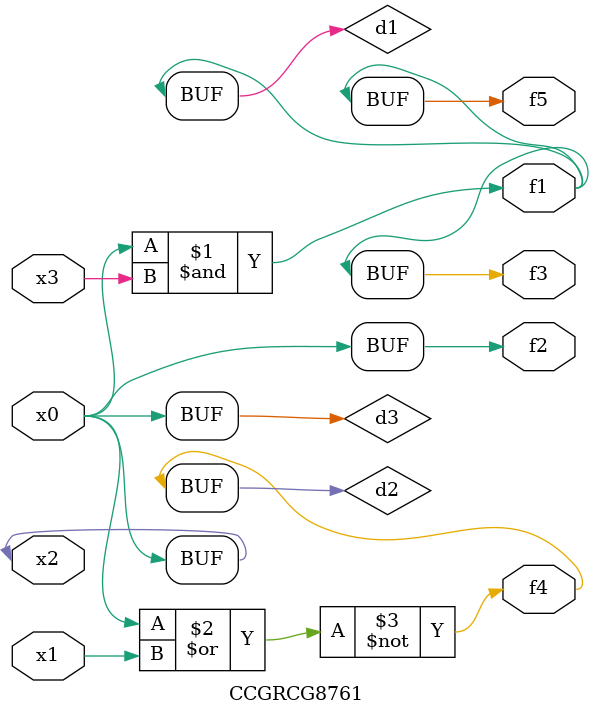
<source format=v>
module CCGRCG8761(
	input x0, x1, x2, x3,
	output f1, f2, f3, f4, f5
);

	wire d1, d2, d3;

	and (d1, x2, x3);
	nor (d2, x0, x1);
	buf (d3, x0, x2);
	assign f1 = d1;
	assign f2 = d3;
	assign f3 = d1;
	assign f4 = d2;
	assign f5 = d1;
endmodule

</source>
